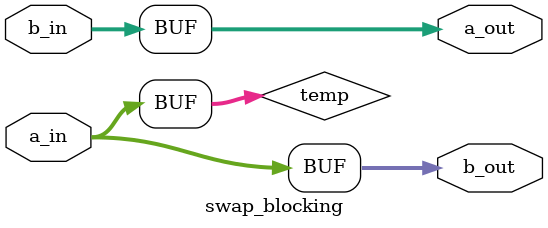
<source format=v>
module swap_blocking (
    input  wire [3:0] a_in,
    input  wire [3:0] b_in,
    output reg  [3:0] a_out,
    output reg  [3:0] b_out
);

    reg [3:0] temp;

    always @(*) begin
        temp  = a_in;
        a_out = b_in;
        b_out = temp;
    end

endmodule



</source>
